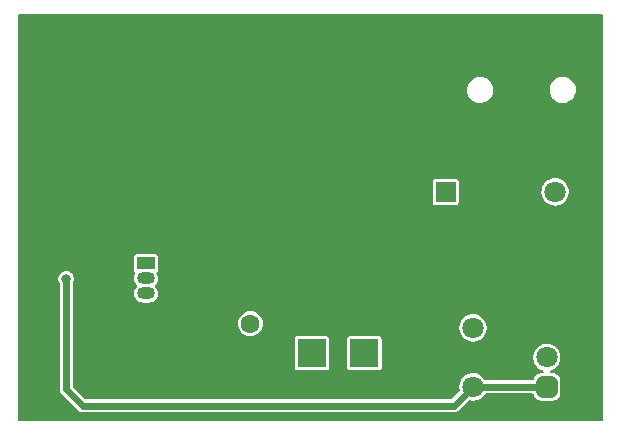
<source format=gbr>
%TF.GenerationSoftware,KiCad,Pcbnew,(6.0.11-0)*%
%TF.CreationDate,2024-07-13T22:40:32+02:00*%
%TF.ProjectId,SAQ_RX,5341515f-5258-42e6-9b69-6361645f7063,rev?*%
%TF.SameCoordinates,Original*%
%TF.FileFunction,Copper,L2,Bot*%
%TF.FilePolarity,Positive*%
%FSLAX46Y46*%
G04 Gerber Fmt 4.6, Leading zero omitted, Abs format (unit mm)*
G04 Created by KiCad (PCBNEW (6.0.11-0)) date 2024-07-13 22:40:32*
%MOMM*%
%LPD*%
G01*
G04 APERTURE LIST*
G04 Aperture macros list*
%AMRoundRect*
0 Rectangle with rounded corners*
0 $1 Rounding radius*
0 $2 $3 $4 $5 $6 $7 $8 $9 X,Y pos of 4 corners*
0 Add a 4 corners polygon primitive as box body*
4,1,4,$2,$3,$4,$5,$6,$7,$8,$9,$2,$3,0*
0 Add four circle primitives for the rounded corners*
1,1,$1+$1,$2,$3*
1,1,$1+$1,$4,$5*
1,1,$1+$1,$6,$7*
1,1,$1+$1,$8,$9*
0 Add four rect primitives between the rounded corners*
20,1,$1+$1,$2,$3,$4,$5,0*
20,1,$1+$1,$4,$5,$6,$7,0*
20,1,$1+$1,$6,$7,$8,$9,0*
20,1,$1+$1,$8,$9,$2,$3,0*%
G04 Aperture macros list end*
%TA.AperFunction,ComponentPad*%
%ADD10R,2.400000X2.400000*%
%TD*%
%TA.AperFunction,ComponentPad*%
%ADD11O,2.400000X2.400000*%
%TD*%
%TA.AperFunction,ComponentPad*%
%ADD12C,1.600000*%
%TD*%
%TA.AperFunction,ComponentPad*%
%ADD13O,1.600000X1.600000*%
%TD*%
%TA.AperFunction,ComponentPad*%
%ADD14RoundRect,0.450000X-0.450000X-0.450000X0.450000X-0.450000X0.450000X0.450000X-0.450000X0.450000X0*%
%TD*%
%TA.AperFunction,ComponentPad*%
%ADD15C,1.800000*%
%TD*%
%TA.AperFunction,ComponentPad*%
%ADD16R,1.800000X1.800000*%
%TD*%
%TA.AperFunction,ComponentPad*%
%ADD17R,1.500000X1.050000*%
%TD*%
%TA.AperFunction,ComponentPad*%
%ADD18O,1.500000X1.050000*%
%TD*%
%TA.AperFunction,ComponentPad*%
%ADD19R,1.700000X1.700000*%
%TD*%
%TA.AperFunction,ComponentPad*%
%ADD20O,1.700000X1.700000*%
%TD*%
%TA.AperFunction,ViaPad*%
%ADD21C,0.800000*%
%TD*%
%TA.AperFunction,Conductor*%
%ADD22C,0.600000*%
%TD*%
G04 APERTURE END LIST*
D10*
%TO.P,D1,1,K*%
%TO.N,Net-(C3-Pad2)*%
X153500000Y-97400000D03*
D11*
%TO.P,D1,2,A*%
%TO.N,GNDD*%
X153500000Y-92320000D03*
%TD*%
D10*
%TO.P,D2,1,K*%
%TO.N,Net-(C3-Pad2)*%
X157950000Y-97400000D03*
D11*
%TO.P,D2,2,A*%
%TO.N,GNDD*%
X157950000Y-92320000D03*
%TD*%
D12*
%TO.P,L1,1*%
%TO.N,Net-(C3-Pad1)*%
X148300000Y-94900000D03*
D13*
%TO.P,L1,2*%
%TO.N,GNDD*%
X148300000Y-84900000D03*
%TD*%
D14*
%TO.P,RV1,1,1*%
%TO.N,Net-(C4-Pad1)*%
X173400000Y-100250000D03*
D15*
%TO.P,RV1,2,2*%
%TO.N,Net-(C2-Pad1)*%
X173400000Y-97750000D03*
%TO.P,RV1,3,3*%
%TO.N,GNDD*%
X173400000Y-95250000D03*
%TO.P,RV1,4,4*%
%TO.N,Net-(C4-Pad1)*%
X167150000Y-100250000D03*
%TO.P,RV1,5,5*%
%TO.N,Net-(C1-Pad1)*%
X167150000Y-95250000D03*
%TD*%
D16*
%TO.P,D3,1,K*%
%TO.N,GNDD*%
X174100000Y-86275000D03*
D15*
%TO.P,D3,2,A*%
%TO.N,Net-(D3-Pad2)*%
X174100000Y-83735000D03*
%TD*%
D17*
%TO.P,Q1,1,D*%
%TO.N,Net-(C5-Pad1)*%
X139452000Y-89798000D03*
D18*
%TO.P,Q1,2,S*%
%TO.N,Net-(C8-Pad1)*%
X139452000Y-91068000D03*
%TO.P,Q1,3,G*%
%TO.N,Net-(Q1-Pad3)*%
X139452000Y-92338000D03*
%TD*%
D19*
%TO.P,J2,1,Pin_1*%
%TO.N,Net-(C1-Pad1)*%
X164825000Y-83750000D03*
D20*
%TO.P,J2,2,Pin_2*%
%TO.N,GNDD*%
X162285000Y-83750000D03*
%TD*%
D21*
%TO.N,Net-(C4-Pad1)*%
X132700000Y-91100000D03*
%TD*%
D22*
%TO.N,Net-(C4-Pad1)*%
X132700000Y-100450000D02*
X132700000Y-91100000D01*
X167150000Y-100250000D02*
X165550000Y-101850000D01*
X165550000Y-101850000D02*
X134100000Y-101850000D01*
X167150000Y-100250000D02*
X173400000Y-100250000D01*
X134100000Y-101850000D02*
X132700000Y-100450000D01*
%TD*%
%TA.AperFunction,Conductor*%
%TO.N,GNDD*%
G36*
X178125498Y-103087621D02*
G01*
X178071842Y-103134114D01*
X178019500Y-103145500D01*
X128780500Y-103145500D01*
X128712379Y-103125498D01*
X128665886Y-103071842D01*
X128654500Y-103019500D01*
X128654500Y-68780500D01*
X128674502Y-68712379D01*
X128728158Y-68665886D01*
X128780500Y-68654500D01*
X132706904Y-68654500D01*
X132706904Y-90440729D01*
X132549447Y-90458113D01*
X132400681Y-90512553D01*
X132394378Y-90516789D01*
X132394377Y-90516789D01*
X132287128Y-90588858D01*
X132269195Y-90600908D01*
X132264082Y-90606527D01*
X132264081Y-90606528D01*
X132237897Y-90635304D01*
X132162581Y-90718076D01*
X132086992Y-90857293D01*
X132046793Y-91010522D01*
X132045474Y-91094477D01*
X132044424Y-91161319D01*
X132044424Y-91161322D01*
X132044305Y-91168916D01*
X132079671Y-91323332D01*
X132132065Y-91427507D01*
X132145500Y-91484121D01*
X132145500Y-100434925D01*
X132145390Y-100440201D01*
X132142772Y-100502674D01*
X132152788Y-100545376D01*
X132154951Y-100557051D01*
X132157102Y-100572754D01*
X132160905Y-100600518D01*
X132166953Y-100614493D01*
X132173987Y-100635763D01*
X132175502Y-100642222D01*
X132177463Y-100650583D01*
X132198603Y-100689037D01*
X132203818Y-100699683D01*
X132217830Y-100732063D01*
X132217832Y-100732067D01*
X132221242Y-100739946D01*
X132230821Y-100751775D01*
X132243312Y-100770363D01*
X132250652Y-100783715D01*
X132255426Y-100789245D01*
X132256198Y-100790140D01*
X132256204Y-100790147D01*
X132257710Y-100791891D01*
X132282453Y-100816634D01*
X132291279Y-100826435D01*
X132311444Y-100851338D01*
X132311447Y-100851341D01*
X132316850Y-100858013D01*
X132332364Y-100869038D01*
X132348464Y-100882645D01*
X133697232Y-102231413D01*
X133700885Y-102235221D01*
X133737416Y-102274948D01*
X133737417Y-102274949D01*
X133743226Y-102281266D01*
X133780506Y-102304381D01*
X133790288Y-102311104D01*
X133818395Y-102332438D01*
X133825235Y-102337630D01*
X133839396Y-102343237D01*
X133859402Y-102353300D01*
X133865037Y-102356794D01*
X133865046Y-102356798D01*
X133872344Y-102361323D01*
X133914480Y-102373565D01*
X133925707Y-102377409D01*
X133966490Y-102393556D01*
X133981633Y-102395148D01*
X134003606Y-102399459D01*
X134011896Y-102401867D01*
X134018235Y-102403709D01*
X134029007Y-102404500D01*
X134064005Y-102404500D01*
X134077176Y-102405190D01*
X134109037Y-102408539D01*
X134117581Y-102409437D01*
X134136346Y-102406263D01*
X134157348Y-102404500D01*
X165534902Y-102404500D01*
X165540178Y-102404610D01*
X165594092Y-102406869D01*
X165602674Y-102407229D01*
X165611036Y-102405268D01*
X165611043Y-102405267D01*
X165645387Y-102397211D01*
X165657040Y-102395050D01*
X165700518Y-102389095D01*
X165708405Y-102385682D01*
X165708408Y-102385681D01*
X165714495Y-102383047D01*
X165735761Y-102376013D01*
X165742220Y-102374498D01*
X165750583Y-102372537D01*
X165789037Y-102351397D01*
X165799683Y-102346182D01*
X165832063Y-102332170D01*
X165832067Y-102332168D01*
X165839946Y-102328758D01*
X165851775Y-102319179D01*
X165870363Y-102306688D01*
X165883715Y-102299348D01*
X165891891Y-102292291D01*
X165916639Y-102267543D01*
X165926440Y-102258717D01*
X165951339Y-102238555D01*
X165951341Y-102238553D01*
X165958013Y-102233150D01*
X165969032Y-102217645D01*
X165982642Y-102201540D01*
X166334586Y-101849596D01*
X166771361Y-101412820D01*
X166833674Y-101378795D01*
X166879062Y-101379278D01*
X166879333Y-101377410D01*
X166883417Y-101378002D01*
X167089319Y-101407857D01*
X167150000Y-101409446D01*
X167361292Y-101390031D01*
X167388774Y-101382281D01*
X167559949Y-101334004D01*
X167559951Y-101334003D01*
X167565508Y-101332436D01*
X167587842Y-101321423D01*
X167750628Y-101241145D01*
X167755809Y-101238590D01*
X167925821Y-101111636D01*
X167948110Y-101087524D01*
X168065930Y-100960067D01*
X168065932Y-100960065D01*
X168069850Y-100955826D01*
X168072928Y-100950948D01*
X168072937Y-100950936D01*
X168128254Y-100863264D01*
X168181520Y-100816326D01*
X168234815Y-100804500D01*
X172151873Y-100804500D01*
X172219994Y-100824502D01*
X172266487Y-100878158D01*
X172272107Y-100892820D01*
X172297301Y-100973214D01*
X172303201Y-100992041D01*
X172391533Y-101137894D01*
X172512106Y-101258467D01*
X172657959Y-101346799D01*
X172748330Y-101375120D01*
X172814286Y-101395789D01*
X172814288Y-101395789D01*
X172820672Y-101397790D01*
X172893694Y-101404500D01*
X173906306Y-101404500D01*
X173979328Y-101397790D01*
X174000628Y-101391115D01*
X174134792Y-101349071D01*
X174134794Y-101349070D01*
X174142041Y-101346799D01*
X174171197Y-101329142D01*
X174281398Y-101262401D01*
X174287894Y-101258467D01*
X174408467Y-101137894D01*
X174481558Y-101017207D01*
X174492865Y-100998537D01*
X174492865Y-100998536D01*
X174496799Y-100992041D01*
X174499070Y-100984794D01*
X174499071Y-100984792D01*
X174545789Y-100835714D01*
X174545789Y-100835712D01*
X174547790Y-100829328D01*
X174554500Y-100756306D01*
X174554500Y-99743694D01*
X174547790Y-99670672D01*
X174545789Y-99664288D01*
X174545789Y-99664286D01*
X174499071Y-99515208D01*
X174499070Y-99515206D01*
X174496799Y-99507959D01*
X174492865Y-99501464D01*
X174492865Y-99501463D01*
X174481558Y-99482793D01*
X174408467Y-99362106D01*
X174287894Y-99241533D01*
X174281398Y-99237599D01*
X174171197Y-99170859D01*
X174142041Y-99153201D01*
X174134794Y-99150930D01*
X174134792Y-99150929D01*
X174000628Y-99108885D01*
X173979328Y-99102210D01*
X173906306Y-99095500D01*
X173793705Y-99095500D01*
X173725584Y-99075498D01*
X173679091Y-99021842D01*
X173668987Y-98951568D01*
X173698481Y-98886988D01*
X173759504Y-98848231D01*
X173809947Y-98834005D01*
X173809953Y-98834003D01*
X173815508Y-98832436D01*
X173823864Y-98828316D01*
X174000628Y-98741145D01*
X174005809Y-98738590D01*
X174029900Y-98720601D01*
X174171197Y-98615089D01*
X174171198Y-98615088D01*
X174175821Y-98611636D01*
X174179737Y-98607400D01*
X174315931Y-98460066D01*
X174315933Y-98460063D01*
X174319850Y-98455826D01*
X174433074Y-98276377D01*
X174511700Y-98079300D01*
X174512825Y-98073643D01*
X174512827Y-98073637D01*
X174551967Y-97876863D01*
X174551967Y-97876859D01*
X174553094Y-97871195D01*
X174553170Y-97865420D01*
X174553170Y-97865416D01*
X174554566Y-97758804D01*
X174555872Y-97659031D01*
X174554893Y-97653334D01*
X174554893Y-97653333D01*
X174538187Y-97556110D01*
X174519939Y-97449913D01*
X174446499Y-97250846D01*
X174443547Y-97245885D01*
X174443547Y-97245884D01*
X174340968Y-97073463D01*
X174340966Y-97073460D01*
X174338012Y-97068495D01*
X174334206Y-97064155D01*
X174334203Y-97064151D01*
X174282930Y-97005686D01*
X174198110Y-96908968D01*
X174193575Y-96905393D01*
X174193574Y-96905392D01*
X174039319Y-96783787D01*
X174031480Y-96777607D01*
X173843701Y-96678812D01*
X173641062Y-96615891D01*
X173430351Y-96590951D01*
X173218623Y-96604829D01*
X173012969Y-96657058D01*
X172820277Y-96745890D01*
X172647000Y-96868350D01*
X172498941Y-97020337D01*
X172495736Y-97025133D01*
X172495734Y-97025136D01*
X172400820Y-97167186D01*
X172381059Y-97196760D01*
X172378781Y-97202063D01*
X172378779Y-97202066D01*
X172343617Y-97283908D01*
X172297301Y-97391711D01*
X172280095Y-97467750D01*
X172251748Y-97593025D01*
X172251747Y-97593030D01*
X172250473Y-97598662D01*
X172250246Y-97604433D01*
X172250246Y-97604435D01*
X172247674Y-97669911D01*
X172242143Y-97810681D01*
X172257366Y-97915674D01*
X172271761Y-98014953D01*
X172271762Y-98014958D01*
X172272590Y-98020667D01*
X172274445Y-98026131D01*
X172274446Y-98026136D01*
X172306051Y-98119240D01*
X172340793Y-98221589D01*
X172384269Y-98299221D01*
X172441643Y-98401670D01*
X172441646Y-98401674D01*
X172444470Y-98406717D01*
X172580148Y-98569852D01*
X172743283Y-98705530D01*
X172748326Y-98708354D01*
X172748330Y-98708357D01*
X172923368Y-98806383D01*
X172923370Y-98806384D01*
X172928411Y-98809207D01*
X173049136Y-98850187D01*
X173107212Y-98891024D01*
X173133991Y-98956776D01*
X173120970Y-99026569D01*
X173072284Y-99078242D01*
X173008635Y-99095500D01*
X172893694Y-99095500D01*
X172820672Y-99102210D01*
X172814288Y-99104211D01*
X172814286Y-99104211D01*
X172748330Y-99124881D01*
X172657959Y-99153201D01*
X172512106Y-99241533D01*
X172391533Y-99362106D01*
X172303201Y-99507959D01*
X172297301Y-99526786D01*
X172272107Y-99607180D01*
X172232649Y-99666202D01*
X172167546Y-99694521D01*
X172151873Y-99695500D01*
X168235223Y-99695500D01*
X168167102Y-99675498D01*
X168126938Y-99633923D01*
X168090968Y-99573463D01*
X168090966Y-99573460D01*
X168088012Y-99568495D01*
X168084206Y-99564155D01*
X168084203Y-99564151D01*
X167951917Y-99413309D01*
X167948110Y-99408968D01*
X167943575Y-99405393D01*
X167943574Y-99405392D01*
X167906333Y-99376034D01*
X167781480Y-99277607D01*
X167593701Y-99178812D01*
X167391062Y-99115891D01*
X167180351Y-99090951D01*
X166968623Y-99104829D01*
X166762969Y-99157058D01*
X166570277Y-99245890D01*
X166397000Y-99368350D01*
X166248941Y-99520337D01*
X166245736Y-99525133D01*
X166245734Y-99525136D01*
X166150820Y-99667186D01*
X166131059Y-99696760D01*
X166128781Y-99702063D01*
X166128779Y-99702066D01*
X166093617Y-99783908D01*
X166047301Y-99891711D01*
X166030095Y-99967750D01*
X166001748Y-100093025D01*
X166001747Y-100093030D01*
X166000473Y-100098662D01*
X166000246Y-100104433D01*
X166000246Y-100104435D01*
X165997674Y-100169911D01*
X165992143Y-100310681D01*
X166022590Y-100520667D01*
X166020069Y-100521033D01*
X166017040Y-100581086D01*
X165987180Y-100628639D01*
X165357224Y-101258595D01*
X165294912Y-101292621D01*
X165268129Y-101295500D01*
X134381871Y-101295500D01*
X134313750Y-101275498D01*
X134292776Y-101258595D01*
X133291405Y-100257224D01*
X133257379Y-100194912D01*
X133254500Y-100168129D01*
X133254500Y-91482811D01*
X133269144Y-91423855D01*
X133315516Y-91336274D01*
X133354108Y-91182633D01*
X133354148Y-91175034D01*
X133354148Y-91175033D01*
X133354493Y-91109181D01*
X133354938Y-91024221D01*
X133353166Y-91016841D01*
X133353166Y-91016839D01*
X133319729Y-90877563D01*
X133319728Y-90877560D01*
X133317957Y-90870184D01*
X133245300Y-90729414D01*
X133141162Y-90610039D01*
X133011556Y-90518950D01*
X132863963Y-90461406D01*
X132706904Y-90440729D01*
X132706904Y-68654500D01*
X140227067Y-68654500D01*
X140227067Y-89018500D01*
X138676934Y-89018501D01*
X138641182Y-89025612D01*
X138615662Y-89030688D01*
X138602699Y-89033266D01*
X138592379Y-89040161D01*
X138592378Y-89040162D01*
X138535069Y-89078455D01*
X138518516Y-89089516D01*
X138462266Y-89173699D01*
X138447500Y-89247933D01*
X138447500Y-89797911D01*
X138447501Y-90348066D01*
X138454612Y-90383818D01*
X138459844Y-90410126D01*
X138459845Y-90410128D01*
X138462266Y-90422301D01*
X138469161Y-90432621D01*
X138469162Y-90432622D01*
X138511623Y-90496168D01*
X138518516Y-90506484D01*
X138528832Y-90513377D01*
X138535069Y-90519614D01*
X138569095Y-90581926D01*
X138564030Y-90652741D01*
X138552364Y-90676214D01*
X138521957Y-90724128D01*
X138519592Y-90730771D01*
X138519592Y-90730770D01*
X138465656Y-90882239D01*
X138465655Y-90882244D01*
X138463294Y-90888874D01*
X138462461Y-90895862D01*
X138462460Y-90895865D01*
X138448707Y-91011201D01*
X138442587Y-91062524D01*
X138443323Y-91069527D01*
X138443323Y-91069528D01*
X138448709Y-91120770D01*
X138460867Y-91236445D01*
X138463136Y-91243111D01*
X138463137Y-91243114D01*
X138514955Y-91395328D01*
X138514956Y-91395331D01*
X138517225Y-91401995D01*
X138608859Y-91550945D01*
X138671390Y-91614799D01*
X138704761Y-91677464D01*
X138698955Y-91748223D01*
X138670151Y-91792362D01*
X138615662Y-91846472D01*
X138611888Y-91852418D01*
X138611887Y-91852420D01*
X138605169Y-91863006D01*
X138521957Y-91994128D01*
X138519592Y-92000771D01*
X138519592Y-92000770D01*
X138465656Y-92152239D01*
X138465655Y-92152244D01*
X138463294Y-92158874D01*
X138462461Y-92165862D01*
X138462460Y-92165865D01*
X138448707Y-92281201D01*
X138442587Y-92332524D01*
X138443323Y-92339527D01*
X138443323Y-92339528D01*
X138448709Y-92390770D01*
X138460867Y-92506445D01*
X138463136Y-92513111D01*
X138463137Y-92513114D01*
X138514955Y-92665328D01*
X138514956Y-92665331D01*
X138517225Y-92671995D01*
X138608859Y-92820945D01*
X138683123Y-92896780D01*
X138726288Y-92940859D01*
X138726289Y-92940860D01*
X138731216Y-92945891D01*
X138878214Y-93040625D01*
X139042547Y-93100437D01*
X139177610Y-93117500D01*
X139720969Y-93117500D01*
X139850790Y-93102938D01*
X140015942Y-93045426D01*
X140164248Y-92952754D01*
X140172784Y-92944278D01*
X140283341Y-92834490D01*
X140288338Y-92829528D01*
X140295141Y-92818809D01*
X140375168Y-92692705D01*
X140382043Y-92681872D01*
X140392377Y-92652851D01*
X140438344Y-92523761D01*
X140438345Y-92523756D01*
X140440706Y-92517126D01*
X140441539Y-92510138D01*
X140441540Y-92510135D01*
X140456500Y-92384677D01*
X140461413Y-92343476D01*
X140460677Y-92336473D01*
X140460677Y-92336472D01*
X140456500Y-92296732D01*
X140443133Y-92169555D01*
X140440864Y-92162889D01*
X140440863Y-92162886D01*
X140389045Y-92010672D01*
X140389044Y-92010669D01*
X140386775Y-92004005D01*
X140295141Y-91855055D01*
X140277850Y-91837398D01*
X140232610Y-91791201D01*
X140199239Y-91728536D01*
X140205045Y-91657777D01*
X140233849Y-91613638D01*
X140288338Y-91559528D01*
X140295141Y-91548809D01*
X140375168Y-91422705D01*
X140382043Y-91411872D01*
X140392377Y-91382851D01*
X140438344Y-91253761D01*
X140438345Y-91253756D01*
X140440706Y-91247126D01*
X140441539Y-91240138D01*
X140441540Y-91240135D01*
X140456500Y-91114677D01*
X140461413Y-91073476D01*
X140460677Y-91066473D01*
X140460677Y-91066472D01*
X140456500Y-91026732D01*
X140443133Y-90899555D01*
X140440864Y-90892889D01*
X140440863Y-90892886D01*
X140389045Y-90740672D01*
X140389044Y-90740669D01*
X140386775Y-90734005D01*
X140353141Y-90679334D01*
X140350462Y-90674979D01*
X140331803Y-90606478D01*
X140353141Y-90538764D01*
X140368684Y-90519861D01*
X140375168Y-90513377D01*
X140385484Y-90506484D01*
X140441734Y-90422301D01*
X140456500Y-90348067D01*
X140456500Y-89798089D01*
X140456499Y-89247934D01*
X140449388Y-89212182D01*
X140444156Y-89185874D01*
X140444155Y-89185872D01*
X140441734Y-89173699D01*
X140434839Y-89163379D01*
X140434838Y-89163378D01*
X140394484Y-89102985D01*
X140385484Y-89089516D01*
X140301301Y-89033266D01*
X140227067Y-89018500D01*
X140227067Y-68654500D01*
X148314794Y-68654500D01*
X148314794Y-93840501D01*
X148108722Y-93857806D01*
X147909934Y-93914807D01*
X147904452Y-93917625D01*
X147904448Y-93917626D01*
X147731491Y-94006514D01*
X147731487Y-94006517D01*
X147726005Y-94009334D01*
X147563939Y-94137786D01*
X147429909Y-94295271D01*
X147329020Y-94475789D01*
X147265116Y-94672466D01*
X147240630Y-94877809D01*
X147241102Y-94883944D01*
X147241102Y-94883946D01*
X147256023Y-95077856D01*
X147256024Y-95077860D01*
X147256496Y-95083998D01*
X147312108Y-95283178D01*
X147314888Y-95288682D01*
X147314889Y-95288684D01*
X147402569Y-95462262D01*
X147402570Y-95462264D01*
X147405348Y-95467763D01*
X147532666Y-95630722D01*
X147537330Y-95634748D01*
X147537333Y-95634751D01*
X147684543Y-95761819D01*
X147684545Y-95761820D01*
X147689211Y-95765848D01*
X147869021Y-95867995D01*
X148065247Y-95933270D01*
X148270414Y-95959189D01*
X148300000Y-95959602D01*
X148505811Y-95939422D01*
X148703783Y-95879651D01*
X148886375Y-95782565D01*
X148891145Y-95778674D01*
X148891149Y-95778672D01*
X149041857Y-95655758D01*
X149041860Y-95655755D01*
X149046632Y-95651863D01*
X149052338Y-95644966D01*
X149174522Y-95497271D01*
X149174525Y-95497266D01*
X149178450Y-95492522D01*
X149181380Y-95487103D01*
X149181382Y-95487100D01*
X149273878Y-95316032D01*
X149273880Y-95316027D01*
X149276808Y-95310612D01*
X149337960Y-95113063D01*
X149338604Y-95106938D01*
X149338604Y-95106937D01*
X149358932Y-94913526D01*
X149358932Y-94913524D01*
X149359576Y-94907397D01*
X149348094Y-94781229D01*
X149341393Y-94707591D01*
X149341393Y-94707590D01*
X149340834Y-94701450D01*
X149282446Y-94503066D01*
X149279589Y-94497601D01*
X149189492Y-94325261D01*
X149189489Y-94325257D01*
X149186637Y-94319801D01*
X149057057Y-94158635D01*
X148898640Y-94025708D01*
X148717422Y-93926082D01*
X148520304Y-93863553D01*
X148314794Y-93840501D01*
X148314794Y-68654500D01*
X154725067Y-68654500D01*
X154725067Y-95945500D01*
X152274934Y-95945501D01*
X152200699Y-95960266D01*
X152116516Y-96016516D01*
X152060266Y-96100699D01*
X152045500Y-96174933D01*
X152045500Y-97399802D01*
X152045501Y-98625066D01*
X152052612Y-98660818D01*
X152057844Y-98687126D01*
X152057845Y-98687128D01*
X152060266Y-98699301D01*
X152067161Y-98709621D01*
X152067162Y-98709622D01*
X152109623Y-98773168D01*
X152116516Y-98783484D01*
X152200699Y-98839734D01*
X152274933Y-98854500D01*
X154725066Y-98854499D01*
X154799301Y-98839734D01*
X154883484Y-98783484D01*
X154939734Y-98699301D01*
X154954500Y-98625067D01*
X154954500Y-97400198D01*
X154954499Y-96174934D01*
X154947388Y-96139182D01*
X154942156Y-96112874D01*
X154942155Y-96112872D01*
X154939734Y-96100699D01*
X154932839Y-96090379D01*
X154932838Y-96090378D01*
X154892484Y-96029985D01*
X154883484Y-96016516D01*
X154799301Y-95960266D01*
X154725067Y-95945500D01*
X154725067Y-68654500D01*
X159175067Y-68654500D01*
X159175067Y-95945500D01*
X156724934Y-95945501D01*
X156650699Y-95960266D01*
X156566516Y-96016516D01*
X156510266Y-96100699D01*
X156495500Y-96174933D01*
X156495500Y-97399802D01*
X156495501Y-98625066D01*
X156502612Y-98660818D01*
X156507844Y-98687126D01*
X156507845Y-98687128D01*
X156510266Y-98699301D01*
X156517161Y-98709621D01*
X156517162Y-98709622D01*
X156559623Y-98773168D01*
X156566516Y-98783484D01*
X156650699Y-98839734D01*
X156724933Y-98854500D01*
X159175066Y-98854499D01*
X159249301Y-98839734D01*
X159333484Y-98783484D01*
X159389734Y-98699301D01*
X159404500Y-98625067D01*
X159404500Y-97400198D01*
X159404499Y-96174934D01*
X159397388Y-96139182D01*
X159392156Y-96112874D01*
X159392155Y-96112872D01*
X159389734Y-96100699D01*
X159382839Y-96090379D01*
X159382838Y-96090378D01*
X159342484Y-96029985D01*
X159333484Y-96016516D01*
X159249301Y-95960266D01*
X159175067Y-95945500D01*
X159175067Y-68654500D01*
X165700067Y-68654500D01*
X165700067Y-82645500D01*
X163949934Y-82645501D01*
X163875699Y-82660266D01*
X163791516Y-82716516D01*
X163735266Y-82800699D01*
X163720500Y-82874933D01*
X163720500Y-83749858D01*
X163720501Y-84625066D01*
X163727612Y-84660818D01*
X163732844Y-84687126D01*
X163732845Y-84687128D01*
X163735266Y-84699301D01*
X163742161Y-84709621D01*
X163742162Y-84709622D01*
X163784623Y-84773168D01*
X163791516Y-84783484D01*
X163875699Y-84839734D01*
X163949933Y-84854500D01*
X165700066Y-84854499D01*
X165742220Y-84846115D01*
X165762126Y-84842156D01*
X165762128Y-84842155D01*
X165774301Y-84839734D01*
X165858484Y-84783484D01*
X165914734Y-84699301D01*
X165929500Y-84625067D01*
X165929500Y-83750142D01*
X165929499Y-82874934D01*
X165922388Y-82839182D01*
X165917156Y-82812874D01*
X165917155Y-82812872D01*
X165914734Y-82800699D01*
X165907839Y-82790379D01*
X165907838Y-82790378D01*
X165870372Y-82734307D01*
X165858484Y-82716516D01*
X165774301Y-82660266D01*
X165700067Y-82645500D01*
X165700067Y-68654500D01*
X167804200Y-68654500D01*
X167804200Y-73991801D01*
X167593667Y-74001545D01*
X167388774Y-74050924D01*
X167383316Y-74053406D01*
X167383312Y-74053407D01*
X167293794Y-74094109D01*
X167196916Y-74138157D01*
X167025014Y-74260096D01*
X166879272Y-74412340D01*
X166876021Y-74417375D01*
X166768200Y-74584360D01*
X166768199Y-74584363D01*
X166764948Y-74589397D01*
X166686166Y-74784878D01*
X166662183Y-74907688D01*
X166646639Y-74987283D01*
X166646639Y-74987286D01*
X166645771Y-74991729D01*
X166645500Y-74997270D01*
X166645500Y-75152659D01*
X166660493Y-75309806D01*
X166678411Y-75370883D01*
X166718132Y-75506278D01*
X166719823Y-75512042D01*
X166762969Y-75595815D01*
X166813578Y-75694079D01*
X166813580Y-75694082D01*
X166816324Y-75699410D01*
X166879062Y-75779279D01*
X166942808Y-75860432D01*
X166942812Y-75860436D01*
X166946514Y-75865149D01*
X166963021Y-75879473D01*
X167101165Y-75999350D01*
X167101170Y-75999354D01*
X167105696Y-76003281D01*
X167180351Y-76046470D01*
X167180351Y-94090951D01*
X166968623Y-94104829D01*
X166762969Y-94157058D01*
X166570277Y-94245890D01*
X166397000Y-94368350D01*
X166248941Y-94520337D01*
X166245736Y-94525133D01*
X166245734Y-94525136D01*
X166150820Y-94667186D01*
X166131059Y-94696760D01*
X166128781Y-94702063D01*
X166128779Y-94702066D01*
X166093617Y-94783908D01*
X166047301Y-94891711D01*
X166030095Y-94967750D01*
X166001748Y-95093025D01*
X166001747Y-95093030D01*
X166000473Y-95098662D01*
X166000246Y-95104433D01*
X166000246Y-95104435D01*
X165997674Y-95169911D01*
X165992143Y-95310681D01*
X166007367Y-95415674D01*
X166021761Y-95514953D01*
X166021762Y-95514958D01*
X166022590Y-95520667D01*
X166024445Y-95526131D01*
X166024446Y-95526136D01*
X166056051Y-95619240D01*
X166090793Y-95721589D01*
X166134269Y-95799221D01*
X166191643Y-95901670D01*
X166191646Y-95901674D01*
X166194470Y-95906717D01*
X166330148Y-96069852D01*
X166493283Y-96205530D01*
X166498326Y-96208354D01*
X166498330Y-96208357D01*
X166673368Y-96306383D01*
X166673370Y-96306384D01*
X166678411Y-96309207D01*
X166780760Y-96343949D01*
X166873864Y-96375554D01*
X166873869Y-96375555D01*
X166879333Y-96377410D01*
X166963021Y-96389545D01*
X167012160Y-96396669D01*
X167089319Y-96407857D01*
X167150000Y-96409446D01*
X167361292Y-96390031D01*
X167388774Y-96382281D01*
X167559949Y-96334004D01*
X167559951Y-96334003D01*
X167565508Y-96332436D01*
X167587842Y-96321423D01*
X167750628Y-96241145D01*
X167755809Y-96238590D01*
X167925821Y-96111636D01*
X167948110Y-96087524D01*
X168065931Y-95960066D01*
X168065933Y-95960063D01*
X168069850Y-95955826D01*
X168183074Y-95776377D01*
X168261700Y-95579300D01*
X168262825Y-95573643D01*
X168262827Y-95573637D01*
X168301967Y-95376863D01*
X168301967Y-95376859D01*
X168303094Y-95371195D01*
X168303170Y-95365420D01*
X168303170Y-95365416D01*
X168304566Y-95258804D01*
X168305872Y-95159031D01*
X168304893Y-95153334D01*
X168304893Y-95153333D01*
X168270918Y-94955610D01*
X168269939Y-94949913D01*
X168196499Y-94750846D01*
X168193547Y-94745885D01*
X168193547Y-94745884D01*
X168090968Y-94573463D01*
X168090966Y-94573460D01*
X168088012Y-94568495D01*
X168084206Y-94564155D01*
X168084203Y-94564151D01*
X167951917Y-94413309D01*
X167948110Y-94408968D01*
X167943575Y-94405393D01*
X167943574Y-94405392D01*
X167906333Y-94376034D01*
X167781480Y-94277607D01*
X167593701Y-94178812D01*
X167391062Y-94115891D01*
X167180351Y-94090951D01*
X167180351Y-76046470D01*
X167288126Y-76108819D01*
X167487222Y-76177957D01*
X167598811Y-76194137D01*
X167689860Y-76207338D01*
X167689863Y-76207338D01*
X167695800Y-76208199D01*
X167906333Y-76198455D01*
X167925821Y-76193759D01*
X168105393Y-76150482D01*
X168105395Y-76150481D01*
X168111226Y-76149076D01*
X168126938Y-76141933D01*
X168297629Y-76064323D01*
X168303084Y-76061843D01*
X168474986Y-75939904D01*
X168620728Y-75787660D01*
X168686422Y-75685918D01*
X168731800Y-75615640D01*
X168731801Y-75615637D01*
X168735052Y-75610603D01*
X168813834Y-75415122D01*
X168840077Y-75280739D01*
X168853361Y-75212717D01*
X168853361Y-75212714D01*
X168854229Y-75208271D01*
X168854500Y-75202730D01*
X168854500Y-75047341D01*
X168839507Y-74890194D01*
X168780177Y-74687958D01*
X168777427Y-74682619D01*
X168686422Y-74505921D01*
X168686420Y-74505918D01*
X168683676Y-74500590D01*
X168679972Y-74495875D01*
X168557192Y-74339568D01*
X168557188Y-74339564D01*
X168553486Y-74334851D01*
X168548956Y-74330920D01*
X168548955Y-74330919D01*
X168398835Y-74200650D01*
X168398830Y-74200646D01*
X168394304Y-74196719D01*
X168211874Y-74091181D01*
X168012778Y-74022043D01*
X168006845Y-74021183D01*
X168006842Y-74021182D01*
X167912160Y-74007454D01*
X167804200Y-73991801D01*
X167804200Y-68654500D01*
X174804200Y-68654500D01*
X174804200Y-73991801D01*
X174593667Y-74001545D01*
X174388774Y-74050924D01*
X174383316Y-74053406D01*
X174383312Y-74053407D01*
X174315931Y-74084044D01*
X174196916Y-74138157D01*
X174025014Y-74260096D01*
X173879272Y-74412340D01*
X173876021Y-74417375D01*
X173768200Y-74584360D01*
X173768199Y-74584363D01*
X173764948Y-74589397D01*
X173686166Y-74784878D01*
X173668987Y-74872847D01*
X173646639Y-74987283D01*
X173646639Y-74987286D01*
X173645771Y-74991729D01*
X173645500Y-74997270D01*
X173645500Y-75152659D01*
X173660493Y-75309806D01*
X173668987Y-75338760D01*
X173718132Y-75506278D01*
X173719823Y-75512042D01*
X173762706Y-75595304D01*
X173813578Y-75694079D01*
X173813580Y-75694082D01*
X173816324Y-75699410D01*
X173876021Y-75775408D01*
X173942808Y-75860432D01*
X173942812Y-75860436D01*
X173946514Y-75865149D01*
X173979328Y-75893624D01*
X174101165Y-75999350D01*
X174101170Y-75999354D01*
X174105696Y-76003281D01*
X174130351Y-76017544D01*
X174130351Y-82575951D01*
X173918623Y-82589829D01*
X173712969Y-82642058D01*
X173520277Y-82730890D01*
X173347000Y-82853350D01*
X173198941Y-83005337D01*
X173195736Y-83010133D01*
X173195734Y-83010136D01*
X173129333Y-83109513D01*
X173081059Y-83181760D01*
X173078781Y-83187063D01*
X173078779Y-83187066D01*
X172999581Y-83371404D01*
X172997301Y-83376711D01*
X172980095Y-83452750D01*
X172951748Y-83578025D01*
X172951747Y-83578030D01*
X172950473Y-83583662D01*
X172950246Y-83589433D01*
X172950246Y-83589435D01*
X172947674Y-83654911D01*
X172942143Y-83795681D01*
X172957366Y-83900674D01*
X172971761Y-83999953D01*
X172971762Y-83999958D01*
X172972590Y-84005667D01*
X172974445Y-84011131D01*
X172974446Y-84011136D01*
X173018569Y-84141118D01*
X173040793Y-84206589D01*
X173043617Y-84211632D01*
X173141643Y-84386670D01*
X173141646Y-84386674D01*
X173144470Y-84391717D01*
X173280148Y-84554852D01*
X173443283Y-84690530D01*
X173448326Y-84693354D01*
X173448330Y-84693357D01*
X173623368Y-84791383D01*
X173623370Y-84791384D01*
X173628411Y-84794207D01*
X173759504Y-84838707D01*
X173823864Y-84860554D01*
X173823869Y-84860555D01*
X173829333Y-84862410D01*
X173843701Y-84864494D01*
X173979328Y-84884159D01*
X174039319Y-84892857D01*
X174100000Y-84894446D01*
X174311292Y-84875031D01*
X174319850Y-84872618D01*
X174509949Y-84819004D01*
X174509951Y-84819003D01*
X174515508Y-84817436D01*
X174520918Y-84814769D01*
X174700628Y-84726145D01*
X174705809Y-84723590D01*
X174875821Y-84596636D01*
X174900344Y-84570107D01*
X175015931Y-84445066D01*
X175015933Y-84445063D01*
X175019850Y-84440826D01*
X175133074Y-84261377D01*
X175211700Y-84064300D01*
X175212825Y-84058643D01*
X175212827Y-84058637D01*
X175251967Y-83861863D01*
X175251967Y-83861859D01*
X175253094Y-83856195D01*
X175253170Y-83850420D01*
X175253170Y-83850416D01*
X175254566Y-83743804D01*
X175255872Y-83644031D01*
X175254893Y-83638334D01*
X175254893Y-83638333D01*
X175251967Y-83621305D01*
X175219939Y-83434913D01*
X175146499Y-83235846D01*
X175143547Y-83230885D01*
X175143547Y-83230884D01*
X175040968Y-83058463D01*
X175040966Y-83058460D01*
X175038012Y-83053495D01*
X175034206Y-83049155D01*
X175034203Y-83049151D01*
X174912160Y-82909989D01*
X174898110Y-82893968D01*
X174731480Y-82762607D01*
X174543701Y-82663812D01*
X174341062Y-82600891D01*
X174130351Y-82575951D01*
X174130351Y-76017544D01*
X174288126Y-76108819D01*
X174487222Y-76177957D01*
X174509949Y-76181253D01*
X174689860Y-76207338D01*
X174689863Y-76207338D01*
X174695800Y-76208199D01*
X174906333Y-76198455D01*
X175006842Y-76174233D01*
X175105393Y-76150482D01*
X175105395Y-76150481D01*
X175111226Y-76149076D01*
X175129993Y-76140544D01*
X175297629Y-76064323D01*
X175303084Y-76061843D01*
X175474986Y-75939904D01*
X175620728Y-75787660D01*
X175686422Y-75685918D01*
X175731800Y-75615640D01*
X175731801Y-75615637D01*
X175735052Y-75610603D01*
X175813834Y-75415122D01*
X175840077Y-75280739D01*
X175853361Y-75212717D01*
X175853361Y-75212714D01*
X175854229Y-75208271D01*
X175854500Y-75202730D01*
X175854500Y-75047341D01*
X175839507Y-74890194D01*
X175780177Y-74687958D01*
X175777427Y-74682619D01*
X175686422Y-74505921D01*
X175686420Y-74505918D01*
X175683676Y-74500590D01*
X175679972Y-74495875D01*
X175557192Y-74339568D01*
X175557188Y-74339564D01*
X175553486Y-74334851D01*
X175548956Y-74330920D01*
X175548955Y-74330919D01*
X175398835Y-74200650D01*
X175398830Y-74200646D01*
X175394304Y-74196719D01*
X175211874Y-74091181D01*
X175012778Y-74022043D01*
X174804200Y-73991801D01*
X174804200Y-68654500D01*
X178019500Y-68654500D01*
X178087621Y-68674502D01*
X178134114Y-68728158D01*
X178145500Y-68780500D01*
X178145500Y-103019500D01*
X178125498Y-103087621D01*
G37*
%TD.AperFunction*%
%TD*%
M02*

</source>
